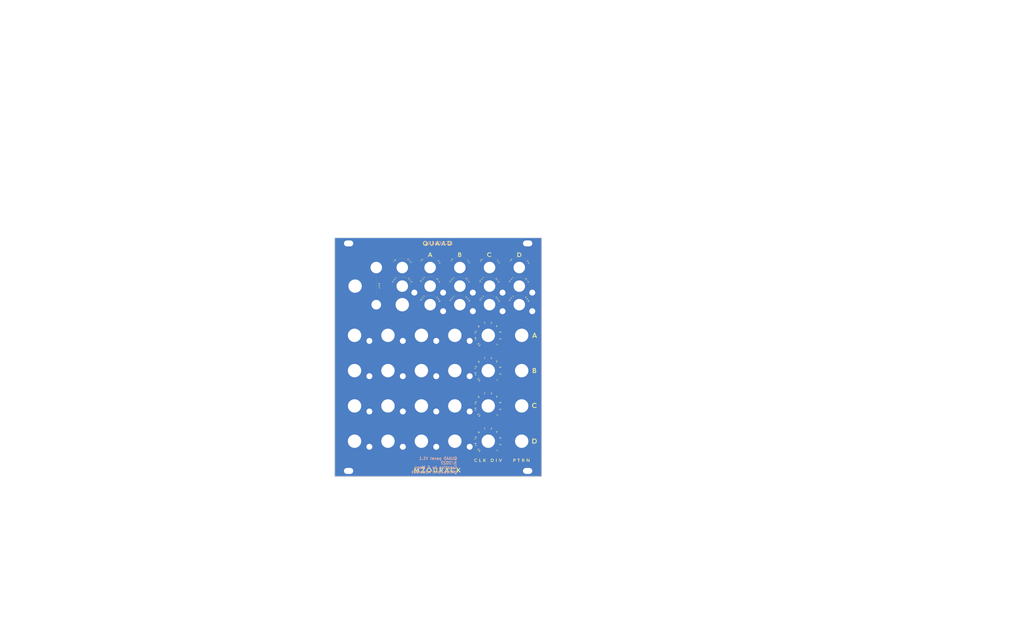
<source format=kicad_pcb>
(kicad_pcb (version 20211014) (generator pcbnew)
  (layers (0 "F.Cu" signal) (31 "B.Cu" signal) (34 "B.Paste" user) (35 "F.Paste" user) (36 "B.SilkS" user "B.Silkscreen") (37 "F.SilkS" user "F.Silkscreen") (38 "B.Mask" user) (39 "F.Mask" user) (44 "Edge.Cuts" user))
  (net 0 "")
  (net 1 "all")
  (footprint "" (layer "F.Cu") (at 100.698566 52.498566)
    (fp_text reference "" (at 0 0) (layer "F.SilkS") (effects (font (size 1.27 1.27))))
    (fp_text value "" (at 0 0) (layer "F.SilkS") (effects (font (size 1.27 1.27))))
    (pad "1" thru_hole circle (at 0 0) (size 8.2 8.2) (drill 7.2) (layers *.Cu *.Mask) (net 1 "all"))
  )
  (footprint "" (layer "F.Cu") (at 82.698566 52.498566)
    (fp_text reference "" (at 0 0) (layer "F.SilkS") (effects (font (size 1.27 1.27))))
    (fp_text value "" (at 0 0) (layer "F.SilkS") (effects (font (size 1.27 1.27))))
    (pad "1" thru_hole circle (at 0 0) (size 8.2 8.2) (drill 7.2) (layers *.Cu *.Mask) (net 1 "all"))
  )
  (footprint "" (layer "F.Cu") (at 36.699999 55.493109)
    (fp_text reference "" (at 0 0) (layer "F.SilkS") (effects (font (size 1.27 1.27))))
    (fp_text value "" (at 0 0) (layer "F.SilkS") (effects (font (size 1.27 1.27))))
    (pad "1" thru_hole circle (at 0 0) (size 3.7 3.7) (drill 3.2) (layers *.Cu *.Mask) (net 1 "all"))
  )
  (footprint "" (layer "F.Cu") (at 99.396782 15.996806)
    (fp_text reference "" (at 0 0) (layer "F.SilkS") (effects (font (size 1.27 1.27))))
    (fp_text value "" (at 0 0) (layer "F.SilkS") (effects (font (size 1.27 1.27))))
    (pad "1" thru_hole circle (at 0 0) (size 7.2 7.2) (drill 6.2) (layers *.Cu *.Mask) (net 1 "all"))
  )
  (footprint "" (layer "F.Cu") (at 36.4 16)
    (fp_text reference "" (at 0 0) (layer "F.SilkS") (effects (font (size 1.27 1.27))))
    (fp_text value "" (at 0 0) (layer "F.SilkS") (effects (font (size 1.27 1.27))))
    (pad "1" thru_hole circle (at 0 0) (size 7.2 7.2) (drill 6.2) (layers *.Cu *.Mask) (net 1 "all"))
  )
  (footprint "" (layer "F.Cu") (at 10.698403 90.495185)
    (fp_text reference "" (at 0 0) (layer "F.SilkS") (effects (font (size 1.27 1.27))))
    (fp_text value "" (at 0 0) (layer "F.SilkS") (effects (font (size 1.27 1.27))))
    (pad "1" thru_hole circle (at 0 0) (size 8.2 8.2) (drill 7.2) (layers *.Cu *.Mask) (net 1 "all"))
  )
  (footprint "" (layer "F.Cu") (at 83.39112 15.992815)
    (fp_text reference "" (at 0 0) (layer "F.SilkS") (effects (font (size 1.27 1.27))))
    (fp_text value "" (at 0 0) (layer "F.SilkS") (effects (font (size 1.27 1.27))))
    (pad "1" thru_hole circle (at 0 0) (size 7.2 7.2) (drill 6.2) (layers *.Cu *.Mask) (net 1 "all"))
  )
  (footprint "" (layer "F.Cu") (at 36.699999 112.492742)
    (fp_text reference "" (at 0 0) (layer "F.SilkS") (effects (font (size 1.27 1.27))))
    (fp_text value "" (at 0 0) (layer "F.SilkS") (effects (font (size 1.27 1.27))))
    (pad "1" thru_hole circle (at 0 0) (size 3.7 3.7) (drill 3.2) (layers *.Cu *.Mask) (net 1 "all"))
  )
  (footprint "" (layer "F.Cu") (at 72.696228 74.491658)
    (fp_text reference "" (at 0 0) (layer "F.SilkS") (effects (font (size 1.27 1.27))))
    (fp_text value "" (at 0 0) (layer "F.SilkS") (effects (font (size 1.27 1.27))))
    (pad "1" thru_hole circle (at 0 0) (size 3.7 3.7) (drill 3.2) (layers *.Cu *.Mask) (net 1 "all"))
  )
  (footprint "" (layer "F.Cu") (at 18.697849 74.497849)
    (fp_text reference "" (at 0 0) (layer "F.SilkS") (effects (font (size 1.27 1.27))))
    (fp_text value "" (at 0 0) (layer "F.SilkS") (effects (font (size 1.27 1.27))))
    (pad "1" thru_hole circle (at 0 0) (size 3.7 3.7) (drill 3.2) (layers *.Cu *.Mask) (net 1 "all"))
  )
  (footprint "" (layer "F.Cu") (at 90.398916 29.499983)
    (fp_text reference "" (at 0 0) (layer "F.SilkS") (effects (font (size 1.27 1.27))))
    (fp_text value "" (at 0 0) (layer "F.SilkS") (effects (font (size 1.27 1.27))))
    (pad "1" thru_hole circle (at 0 0) (size 3.7 3.7) (drill 3.2) (layers *.Cu *.Mask) (net 1 "all"))
  )
  (footprint "" (layer "F.Cu") (at 64.696782 71.496773)
    (fp_text reference "" (at 0 0) (layer "F.SilkS") (effects (font (size 1.27 1.27))))
    (fp_text value "" (at 0 0) (layer "F.SilkS") (effects (font (size 1.27 1.27))))
    (pad "1" thru_hole circle (at 0 0) (size 8.2 8.2) (drill 7.2) (layers *.Cu *.Mask) (net 1 "all"))
  )
  (footprint "" (layer "F.Cu") (at 36.40525 25.995137)
    (fp_text reference "" (at 0 0) (layer "F.SilkS") (effects (font (size 1.27 1.27))))
    (fp_text value "" (at 0 0) (layer "F.SilkS") (effects (font (size 1.27 1.27))))
    (pad "1" thru_hole circle (at 0 0) (size 7.2 7.2) (drill 6.2) (layers *.Cu *.Mask) (net 1 "all"))
  )
  (footprint "" (layer "F.Cu") (at 64.698566 52.498566)
    (fp_text reference "" (at 0 0) (layer "F.SilkS") (effects (font (size 1.27 1.27))))
    (fp_text value "" (at 0 0) (layer "F.SilkS") (effects (font (size 1.27 1.27))))
    (pad "1" thru_hole circle (at 0 0) (size 8.2 8.2) (drill 7.2) (layers *.Cu *.Mask) (net 1 "all"))
  )
  (footprint "" (layer "F.Cu") (at 10.698403 52.495185)
    (fp_text reference "" (at 0 0) (layer "F.SilkS") (effects (font (size 1.27 1.27))))
    (fp_text value "" (at 0 0) (layer "F.SilkS") (effects (font (size 1.27 1.27))))
    (pad "1" thru_hole circle (at 0 0) (size 8.2 8.2) (drill 7.2) (layers *.Cu *.Mask) (net 1 "all"))
  )
  (footprint "" (layer "F.Cu") (at 99.402032 25.991943)
    (fp_text reference "" (at 0 0) (layer "F.SilkS") (effects (font (size 1.27 1.27))))
    (fp_text value "" (at 0 0) (layer "F.SilkS") (effects (font (size 1.27 1.27))))
    (pad "1" thru_hole circle (at 0 0) (size 7.2 7.2) (drill 6.2) (layers *.Cu *.Mask) (net 1 "all"))
  )
  (footprint "" (layer "F.Cu") (at 90.399934 39.503176)
    (fp_text reference "" (at 0 0) (layer "F.SilkS") (effects (font (size 1.27 1.27))))
    (fp_text value "" (at 0 0) (layer "F.SilkS") (effects (font (size 1.27 1.27))))
    (pad "1" thru_hole circle (at 0 0) (size 3.7 3.7) (drill 3.2) (layers *.Cu *.Mask) (net 1 "all"))
  )
  (footprint "" (layer "F.Cu") (at 103.891431 125.495983)
    (fp_text reference "" (at 0 0) (layer "F.SilkS") (effects (font (size 1.27 1.27))))
    (fp_text value "" (at 0 0) (layer "F.SilkS") (effects (font (size 1.27 1.27))))
    (pad "1" thru_hole oval (at 0 0) (size 5.5 3.7) (drill oval 5 3.2) (layers *.Cu *.Mask) (net 1 "all"))
  )
  (footprint "" (layer "F.Cu") (at 28.696773 90.496773)
    (fp_text reference "" (at 0 0) (layer "F.SilkS") (effects (font (size 1.27 1.27))))
    (fp_text value "" (at 0 0) (layer "F.SilkS") (effects (font (size 1.27 1.27))))
    (pad "1" thru_hole circle (at 0 0) (size 8.2 8.2) (drill 7.2) (layers *.Cu *.Mask) (net 1 "all"))
  )
  (footprint "LOGO" (layer "F.Cu") (at 10.998304 25.996979)
    (fp_text reference "G***" hide)
    (fp_text value "LOGO" hide)
  )
  (footprint "" (layer "F.Cu") (at 46.698916 52.499999)
    (fp_text reference "" (at 0 0) (layer "F.SilkS") (effects (font (size 1.27 1.27))))
    (fp_text value "" (at 0 0) (layer "F.SilkS") (effects (font (size 1.27 1.27))))
    (pad "1" thru_hole circle (at 0 0) (size 8.2 8.2) (drill 7.2) (layers *.Cu *.Mask) (net 1 "all"))
  )
  (footprint "" (layer "F.Cu") (at 10.696619 71.493392)
    (fp_text reference "" (at 0 0) (layer "F.SilkS") (effects (font (size 1.27 1.27))))
    (fp_text value "" (at 0 0) (layer "F.SilkS") (effects (font (size 1.27 1.27))))
    (pad "1" thru_hole circle (at 0 0) (size 8.2 8.2) (drill 7.2) (layers *.Cu *.Mask) (net 1 "all"))
  )
  (footprint "" (layer "F.Cu") (at 67.392741 15.999999)
    (fp_text reference "" (at 0 0) (layer "F.SilkS") (effects (font (size 1.27 1.27))))
    (fp_text value "" (at 0 0) (layer "F.SilkS") (effects (font (size 1.27 1.27))))
    (pad "1" thru_hole circle (at 0 0) (size 7.2 7.2) (drill 6.2) (layers *.Cu *.Mask) (net 1 "all"))
  )
  (footprint "" (layer "F.Cu") (at 36.697849 74.491659)
    (fp_text reference "" (at 0 0) (layer "F.SilkS") (effects (font (size 1.27 1.27))))
    (fp_text value "" (at 0 0) (layer "F.SilkS") (effects (font (size 1.27 1.27))))
    (pad "1" thru_hole circle (at 0 0) (size 3.7 3.7) (drill 3.2) (layers *.Cu *.Mask) (net 1 "all"))
  )
  (footprint "" (layer "F.Cu") (at 54.695185 55.49877)
    (fp_text reference "" (at 0 0) (layer "F.SilkS") (effects (font (size 1.27 1.27))))
    (fp_text value "" (at 0 0) (layer "F.SilkS") (effects (font (size 1.27 1.27))))
    (pad "1" thru_hole circle (at 0 0) (size 3.7 3.7) (drill 3.2) (layers *.Cu *.Mask) (net 1 "all"))
  )
  (footprint "" (layer "F.Cu") (at 54.695185 112.498403)
    (fp_text reference "" (at 0 0) (layer "F.SilkS") (effects (font (size 1.27 1.27))))
    (fp_text value "" (at 0 0) (layer "F.SilkS") (effects (font (size 1.27 1.27))))
    (pad "1" thru_hole circle (at 0 0) (size 3.7 3.7) (drill 3.2) (layers *.Cu *.Mask) (net 1 "all"))
  )
  (footprint "" (layer "F.Cu") (at 106.399934 39.501042)
    (fp_text reference "" (at 0 0) (layer "F.SilkS") (effects (font (size 1.27 1.27))))
    (fp_text value "" (at 0 0) (layer "F.SilkS") (effects (font (size 1.27 1.27))))
    (pad "1" thru_hole circle (at 0 0) (size 3.7 3.7) (drill 3.2) (layers *.Cu *.Mask) (net 1 "all"))
  )
  (footprint "" (layer "F.Cu") (at 99.400823 35.99521)
    (fp_text reference "" (at 0 0) (layer "F.SilkS") (effects (font (size 1.27 1.27))))
    (fp_text value "" (at 0 0) (layer "F.SilkS") (effects (font (size 1.27 1.27))))
    (pad "1" thru_hole circle (at 0 0) (size 7.2 7.2) (drill 6.2) (layers *.Cu *.Mask) (net 1 "all"))
  )
  (footprint "" (layer "F.Cu") (at 51.398764 25.992742)
    (fp_text reference "" (at 0 0) (layer "F.SilkS") (effects (font (size 1.27 1.27))))
    (fp_text value "" (at 0 0) (layer "F.SilkS") (effects (font (size 1.27 1.27))))
    (pad "1" thru_hole circle (at 0 0) (size 7.2 7.2) (drill 6.2) (layers *.Cu *.Mask) (net 1 "all"))
  )
  (footprint "panel_holes:M3 front panel hole" (layer "F.Cu") (at 7.499999 3)
    (fp_text reference "REF**" hide)
    (fp_text value "M3 front panel hole" hide)
    (pad "1" thru_hole oval (at 0 0) (size 5.5 3.7) (drill oval 5 3.2) (layers *.Cu *.Mask) (net 1 "all"))
  )
  (footprint "" (layer "F.Cu") (at 28.694989 71.49498)
    (fp_text reference "" (at 0 0) (layer "F.SilkS") (effects (font (size 1.27 1.27))))
    (fp_text value "" (at 0 0) (layer "F.SilkS") (effects (font (size 1.27 1.27))))
    (pad "1" thru_hole circle (at 0 0) (size 8.2 8.2) (drill 7.2) (layers *.Cu *.Mask) (net 1 "all"))
  )
  (footprint "" (layer "F.Cu") (at 18.699999 55.499299)
    (fp_text reference "" (at 0 0) (layer "F.SilkS") (effects (font (size 1.27 1.27))))
    (fp_text value "" (at 0 0) (layer "F.SilkS") (effects (font (size 1.27 1.27))))
    (pad "1" thru_hole circle (at 0 0) (size 3.7 3.7) (drill 3.2) (layers *.Cu *.Mask) (net 1 "all"))
  )
  (footprint "" (layer "F.Cu") (at 54.693035 74.49732)
    (fp_text reference "" (at 0 0) (layer "F.SilkS") (effects (font (size 1.27 1.27))))
    (fp_text value "" (at 0 0) (layer "F.SilkS") (effects (font (size 1.27 1.27))))
    (pad "1" thru_hole circle (at 0 0) (size 3.7 3.7) (drill 3.2) (layers *.Cu *.Mask) (net 1 "all"))
  )
  (footprint "" (layer "F.Cu") (at 103.899999 3)
    (fp_text reference "" (at 0 0) (layer "F.SilkS") (effects (font (size 1.27 1.27))))
    (fp_text value "" (at 0 0) (layer "F.SilkS") (effects (font (size 1.27 1.27))))
    (pad "1" thru_hole oval (at 0 0) (size 5.5 3.7) (drill oval 5 3.2) (layers *.Cu *.Mask) (net 1 "all"))
  )
  (footprint "" (layer "F.Cu") (at 72.698378 112.492741)
    (fp_text reference "" (at 0 0) (layer "F.SilkS") (effects (font (size 1.27 1.27))))
    (fp_text value "" (at 0 0) (layer "F.SilkS") (effects (font (size 1.27 1.27))))
    (pad "1" thru_hole circle (at 0 0) (size 3.7 3.7) (drill 3.2) (layers *.Cu *.Mask) (net 1 "all"))
  )
  (footprint "" (layer "F.Cu") (at 51.393514 15.997605)
    (fp_text reference "" (at 0 0) (layer "F.SilkS") (effects (font (size 1.27 1.27))))
    (fp_text value "" (at 0 0) (layer "F.SilkS") (effects (font (size 1.27 1.27))))
    (pad "1" thru_hole circle (at 0 0) (size 7.2 7.2) (drill 6.2) (layers *.Cu *.Mask) (net 1 "all"))
  )
  (footprint "" (layer "F.Cu") (at 10.699763 109.496594)
    (fp_text reference "" (at 0 0) (layer "F.SilkS") (effects (font (size 1.27 1.27))))
    (fp_text value "" (at 0 0) (layer "F.SilkS") (effects (font (size 1.27 1.27))))
    (pad "1" thru_hole circle (at 0 0) (size 8.2 8.2) (drill 7.2) (layers *.Cu *.Mask) (net 1 "all"))
  )
  (footprint "" (layer "F.Cu") (at 82.698566 90.498566)
    (fp_text reference "" (at 0 0) (layer "F.SilkS") (effects (font (size 1.27 1.27))))
    (fp_text value "" (at 0 0) (layer "F.SilkS") (effects (font (size 1.27 1.27))))
    (pad "1" thru_hole circle (at 0 0) (size 8.2 8.2) (drill 7.2) (layers *.Cu *.Mask) (net 1 "all"))
  )
  (footprint "panel_holes:M3 front panel hole" (layer "F.Cu") (at 7.491431 125.495983)
    (fp_text reference "REF**" hide)
    (fp_text value "M3 front panel hole" hide)
    (pad "1" thru_hole oval (at 0 0) (size 5.5 3.7) (drill oval 5 3.2) (layers *.Cu *.Mask) (net 1 "all"))
  )
  (footprint "" (layer "F.Cu") (at 46.700276 109.501408)
    (fp_text reference "" (at 0 0) (layer "F.SilkS") (effects (font (size 1.27 1.27))))
    (fp_text value "" (at 0 0) (layer "F.SilkS") (effects (font (size 1.27 1.27))))
    (pad "1" thru_hole circle (at 0 0) (size 8.2 8.2) (drill 7.2) (layers *.Cu *.Mask) (net 1 "all"))
  )
  (footprint "LOGO" (layer "F.Cu") (at 65.725 64.05)
    (fp_text reference "G***" hide)
    (fp_text value "LOGO" hide)
  )
  (footprint "" (layer "F.Cu") (at 54.695177 93.499462)
    (fp_text reference "" (at 0 0) (layer "F.SilkS") (effects (font (size 1.27 1.27))))
    (fp_text value "" (at 0 0) (layer "F.SilkS") (effects (font (size 1.27 1.27))))
    (pad "1" thru_hole circle (at 0 0) (size 3.7 3.7) (drill 3.2) (layers *.Cu *.Mask) (net 1 "all"))
  )
  (footprint "" (layer "F.Cu") (at 67.396782 35.998403)
    (fp_text reference "" (at 0 0) (layer "F.SilkS") (effects (font (size 1.27 1.27))))
    (fp_text value "" (at 0 0) (layer "F.SilkS") (effects (font (size 1.27 1.27))))
    (pad "1" thru_hole circle (at 0 0) (size 7.2 7.2) (drill 6.2) (layers *.Cu *.Mask) (net 1 "all"))
  )
  (footprint "" (layer "F.Cu") (at 74.399951 29.499458)
    (fp_text reference "" (at 0 0) (layer "F.SilkS") (effects (font (size 1.27 1.27))))
    (fp_text value "" (at 0 0) (layer "F.SilkS") (effects (font (size 1.27 1.27))))
    (pad "1" thru_hole circle (at 0 0) (size 3.7 3.7) (drill 3.2) (layers *.Cu *.Mask) (net 1 "all"))
  )
  (footprint "panel_holes:alpha_pot_hole_7_2" (layer "F.Cu") (at 10.998304 25.996979)
    (fp_text reference "REF**" hide)
    (fp_text value "alpha_pot_hole_7_2" hide)
    (pad "1" thru_hole circle (at 0 0) (size 8.2 8.2) (drill 7.2) (layers *.Cu *.Mask) (net 1 "all"))
  )
  (footprint "" (layer "F.Cu") (at 100.699926 109.499975)
    (fp_text reference "" (at 0 0) (layer "F.SilkS") (effects (font (size 1.27 1.27))))
    (fp_text value "" (at 0 0) (layer "F.SilkS") (effects (font (size 1.27 1.27))))
    (pad "1" thru_hole circle (at 0 0) (size 8.2 8.2) (drill 7.2) (layers *.Cu *.Mask) (net 1 "all"))
  )
  (footprint "" (layer "F.Cu") (at 22.4 36)
    (fp_text reference "" (at 0 0) (layer "F.SilkS") (effects (font (size 1.27 1.27))))
    (fp_text value "" (at 0 0) (layer "F.SilkS") (effects (font (size 1.27 1.27))))
    (pad "1" thru_hole circle (at 0 0) (size 6.2 6.2) (drill 5.2) (layers *.Cu *.Mask) (net 1 "all"))
  )
  (footprint "" (layer "F.Cu") (at 18.699999 112.498932)
    (fp_text reference "" (at 0 0) (layer "F.SilkS") (effects (font (size 1.27 1.27))))
    (fp_text value "" (at 0 0) (layer "F.SilkS") (effects (font (size 1.27 1.27))))
    (pad "1" thru_hole circle (at 0 0) (size 3.7 3.7) (drill 3.2) (layers *.Cu *.Mask) (net 1 "all"))
  )
  (footprint "" (layer "F.Cu") (at 64.698566 90.498566)
    (fp_text reference "" (at 0 0) (layer "F.SilkS") (effects (font (size 1.27 1.27))))
    (fp_text value "" (at 0 0) (layer "F.SilkS") (effects (font (size 1.27 1.27))))
    (pad "1" thru_hole circle (at 0 0) (size 8.2 8.2) (drill 7.2) (layers *.Cu *.Mask) (net 1 "all"))
  )
  (footprint "panel_holes:alpha_pot_hole_7_2" (layer "F.Cu") (at 36.399999 35.999999)
    (fp_text reference "REF**" hide)
    (fp_text value "alpha_pot_hole_7_2" hide)
    (pad "1" thru_hole circle (at 0 0) (size 8.2 8.2) (drill 7.2) (layers *.Cu *.Mask) (net 1 "all"))
  )
  (footprint "" (layer "F.Cu") (at 100.698566 90.498566)
    (fp_text reference "" (at 0 0) (layer "F.SilkS") (effects (font (size 1.27 1.27))))
    (fp_text value "" (at 0 0) (layer "F.SilkS") (effects (font (size 1.27 1.27))))
    (pad "1" thru_hole circle (at 0 0) (size 8.2 8.2) (drill 7.2) (layers *.Cu *.Mask) (net 1 "all"))
  )
  (footprint "" (layer "F.Cu") (at 58.397865 39.499983)
    (fp_text reference "" (at 0 0) (layer "F.SilkS") (effects (font (size 1.27 1.27))))
    (fp_text value "" (at 0 0) (layer "F.SilkS") (effects (font (size 1.27 1.27))))
    (pad "1" thru_hole circle (at 0 0) (size 3.7 3.7) (drill 3.2) (layers *.Cu *.Mask) (net 1 "all"))
  )
  (footprint "" (layer "F.Cu") (at 106.398916 29.497849)
    (fp_text reference "" (at 0 0) (layer "F.SilkS") (effects (font (size 1.27 1.27))))
    (fp_text value "" (at 0 0) (layer "F.SilkS") (effects (font (size 1.27 1.27))))
    (pad "1" thru_hole circle (at 0 0) (size 3.7 3.7) (drill 3.2) (layers *.Cu *.Mask) (net 1 "all"))
  )
  (footprint "" (layer "F.Cu") (at 46.698916 90.499999)
    (fp_text reference "" (at 0 0) (layer "F.SilkS") (effects (font (size 1.27 1.27))))
    (fp_text value "" (at 0 0) (layer "F.SilkS") (effects (font (size 1.27 1.27))))
    (pad "1" thru_hole circle (at 0 0) (size 8.2 8.2) (drill 7.2) (layers *.Cu *.Mask) (net 1 "all"))
  )
  (footprint "" (layer "F.Cu") (at 83.39637 25.987952)
    (fp_text reference "" (at 0 0) (layer "F.SilkS") (effects (font (size 1.27 1.27))))
    (fp_text value "" (at 0 0) (layer "F.SilkS") (effects (font (size 1.27 1.27))))
    (pad "1" thru_hole circle (at 0 0) (size 7.2 7.2) (drill 6.2) (layers *.Cu *.Mask) (net 1 "all"))
  )
  (footprint "" (layer "F.Cu") (at 36.699991 93.493801)
    (fp_text reference "" (at 0 0) (layer "F.SilkS") (effects (font (size 1.27 1.27))))
    (fp_text value "" (at 0 0) (layer "F.SilkS") (effects (font (size 1.27 1.27))))
    (pad "1" thru_hole circle (at 0 0) (size 3.7 3.7) (drill 3.2) (layers *.Cu *.Mask) (net 1 "all"))
  )
  (footprint "" (layer "F.Cu") (at 83.395161 35.991219)
    (fp_text reference "" (at 0 0) (layer "F.SilkS") (effects (font (size 1.27 1.27))))
    (fp_text value "" (at 0 0) (layer "F.SilkS") (effects (font (size 1.27 1.27))))
    (pad "1" thru_hole circle (at 0 0) (size 7.2 7.2) (drill 6.2) (layers *.Cu *.Mask) (net 1 "all"))
  )
  (footprint "" (layer "F.Cu") (at 42.898949 29.498949)
    (fp_text reference "" (at 0 0) (layer "F.SilkS") (effects (font (size 1.27 1.27))))
    (fp_text value "" (at 0 0) (layer "F.SilkS") (effects (font (size 1.27 1.27))))
    (pad "1" thru_hole circle (at 0 0) (size 3.7 3.7) (drill 3.2) (layers *.Cu *.Mask) (net 1 "all"))
  )
  (footprint "" (layer "F.Cu") (at 74.400969 39.502651)
    (fp_text reference "" (at 0 0) (layer "F.SilkS") (effects (font (size 1.27 1.27))))
    (fp_text value "" (at 0 0) (layer "F.SilkS") (effects (font (size 1.27 1.27))))
    (pad "1" thru_hole circle (at 0 0) (size 3.7 3.7) (drill 3.2) (layers *.Cu *.Mask) (net 1 "all"))
  )
  (footprint "" (layer "F.Cu") (at 82.699926 109.499975)
    (fp_text reference "" (at 0 0) (layer "F.SilkS") (effects (font (size 1.27 1.27))))
    (fp_text value "" (at 0 0) (layer "F.SilkS") (effects (font (size 1.27 1.27))))
    (pad "1" thru_hole circle (at 0 0) (size 8.2 8.2) (drill 7.2) (layers *.Cu *.Mask) (net 1 "all"))
  )
  (footprint "" (layer "F.Cu") (at 72.698378 55.493108)
    (fp_text reference "" (at 0 0) (layer "F.SilkS") (effects (font (size 1.27 1.27))))
    (fp_text value "" (at 0 0) (layer "F.SilkS") (effects (font (size 1.27 1.27))))
    (pad "1" thru_hole circle (at 0 0) (size 3.7 3.7) (drill 3.2) (layers *.Cu *.Mask) (net 1 "all"))
  )
  (footprint "" (layer "F.Cu") (at 58.396847 29.49679)
    (fp_text reference "" (at 0 0) (layer "F.SilkS") (effects (font (size 1.27 1.27))))
    (fp_text value "" (at 0 0) (layer "F.SilkS") (effects (font (size 1.27 1.27))))
    (pad "1" thru_hole circle (at 0 0) (size 3.7 3.7) (drill 3.2) (layers *.Cu *.Mask) (net 1 "all"))
  )
  (footprint "" (layer "F.Cu") (at 72.69837 93.4938)
    (fp_text reference "" (at 0 0) (layer "F.SilkS") (effects (font (size 1.27 1.27))))
    (fp_text value "" (at 0 0) (layer "F.SilkS") (effects (font (size 1.27 1.27))))
    (pad "1" thru_hole circle (at 0 0) (size 3.7 3.7) (drill 3.2) (layers *.Cu *.Mask) (net 1 "all"))
  )
  (footprint "" (layer "F.Cu") (at 100.696782 71.496773)
    (fp_text reference "" (at 0 0) (layer "F.SilkS") (effects (font (size 1.27 1.27))))
    (fp_text value "" (at 0 0) (layer "F.SilkS") (effects (font (size 1.27 1.27))))
    (pad "1" thru_hole circle (at 0 0) (size 8.2 8.2) (drill 7.2) (layers *.Cu *.Mask) (net 1 "all"))
  )
  (footprint "" (layer "F.Cu") (at 28.698133 109.498182)
    (fp_text reference "" (at 0 0) (layer "F.SilkS") (effects (font (size 1.27 1.27))))
    (fp_text value "" (at 0 0) (layer "F.SilkS") (effects (font (size 1.27 1.27))))
    (pad "1" thru_hole circle (at 0 0) (size 8.2 8.2) (drill 7.2) (layers *.Cu *.Mask) (net 1 "all"))
  )
  (footprint "" (layer "F.Cu") (at 82.696782 71.496773)
    (fp_text reference "" (at 0 0) (layer "F.SilkS") (effects (font (size 1.27 1.27))))
    (fp_text value "" (at 0 0) (layer "F.SilkS") (effects (font (size 1.27 1.27))))
    (pad "1" thru_hole circle (at 0 0) (size 8.2 8.2) (drill 7.2) (layers *.Cu *.Mask) (net 1 "all"))
  )
  (footprint "" (layer "F.Cu") (at 18.699991 93.499991)
    (fp_text reference "" (at 0 0) (layer "F.SilkS") (effects (font (size 1.27 1.27))))
    (fp_text value "" (at 0 0) (layer "F.SilkS") (effects (font (size 1.27 1.27))))
    (pad "1" thru_hole circle (at 0 0) (size 3.7 3.7) (drill 3.2) (layers *.Cu *.Mask) (net 1 "all"))
  )
  (footprint "" (layer "F.Cu") (at 67.397991 25.995136)
    (fp_text reference "" (at 0 0) (layer "F.SilkS") (effects (font (size 1.27 1.27))))
    (fp_text value "" (at 0 0) (layer "F.SilkS") (effects (font (size 1.27 1.27))))
    (pad "1" thru_hole circle (at 0 0) (size 7.2 7.2) (drill 6.2) (layers *.Cu *.Mask) (net 1 "all"))
  )
  (footprint "" (layer "F.Cu") (at 64.699926 109.499975)
    (fp_text reference "" (at 0 0) (layer "F.SilkS") (effects (font (size 1.27 1.27))))
    (fp_text value "" (at 0 0) (layer "F.SilkS") (effects (font (size 1.27 1.27))))
    (pad "1" thru_hole circle (at 0 0) (size 8.2 8.2) (drill 7.2) (layers *.Cu *.Mask) (net 1 "all"))
  )
  (footprint "" (layer "F.Cu") (at 28.696773 52.496773)
    (fp_text reference "" (at 0 0) (layer "F.SilkS") (effects (font (size 1.27 1.27))))
    (fp_text value "" (at 0 0) (layer "F.SilkS") (effects (font (size 1.27 1.27))))
    (pad "1" thru_hole circle (at 0 0) (size 8.2 8.2) (drill 7.2) (layers *.Cu *.Mask) (net 1 "all"))
  )
  (footprint "" (layer "F.Cu") (at 51.397555 35.996009)
    (fp_text reference "" (at 0 0) (layer "F.SilkS") (effects (font (size 1.27 1.27))))
    (fp_text value "" (at 0 0) (layer "F.SilkS") (effects (font (size 1.27 1.27))))
    (pad "1" thru_hole circle (at 0 0) (size 7.2 7.2) (drill 6.2) (layers *.Cu *.Mask) (net 1 "all"))
  )
  (footprint "" (layer "F.Cu") (at 46.697132 71.498206)
    (fp_text reference "" (at 0 0) (layer "F.SilkS") (effects (font (size 1.27 1.27))))
    (fp_text value "" (at 0 0) (layer "F.SilkS") (effects (font (size 1.27 1.27))))
    (pad "1" thru_hole circle (at 0 0) (size 8.2 8.2) (drill 7.2) (layers *.Cu *.Mask) (net 1 "all"))
  )
  (footprint "" (layer "F.Cu") (at 22.4 16)
    (fp_text reference "" (at 0 0) (layer "F.SilkS") (effects (font (size 1.27 1.27))))
    (fp_text value "" (at 0 0) (layer "F.SilkS") (effects (font (size 1.27 1.27))))
    (pad "1" thru_hole circle (at 0 0) (size 7.2 7.2) (drill 6.2) (layers *.Cu *.Mask) (net 1 "all"))
  )
  (gr_line (start 0 128.5) (end 111.4 128.5) (layer "Edge.Cuts") (width 0.2))
  (gr_line (start 0 0) (end 0 128.5) (layer "Edge.Cuts") (width 0.2))
  (gr_line (start 111.4 128.5) (end 111.4 0) (layer "Edge.Cuts") (width 0.2))
  (gr_line (start 111.4 0) (end 0 0) (layer "Edge.Cuts") (width 0.2))
  (gr_text "QUAAD panel V1.1\n3/2022\nGraphics by G Moon\ngithub.com/mzourack" (at 66.09 122.4) (layer "B.SilkS") (effects (font (size 1.5 1.5) (thickness 0.3)) (justify left mirror)))
  (gr_text "JLCJLCJLCJLC" (at 56 2.8) (layer "B.SilkS") (effects (font (size 1.5 1.5) (thickness 0.3)) (justify mirror)))
  (zone (net 1) (net_name "all") (layers F&B.Cu) (connect_pads yes (clearance 0)) (min_thickness 0.254) (fill yes (thermal_gap 0.508) (thermal_bridge_width 0.508))
    (polygon (pts (xy 111.399999 128.5) (xy -0.000001 128.5) (xy -0.000001 0) (xy 111.399999 0)))
  )
)
</source>
